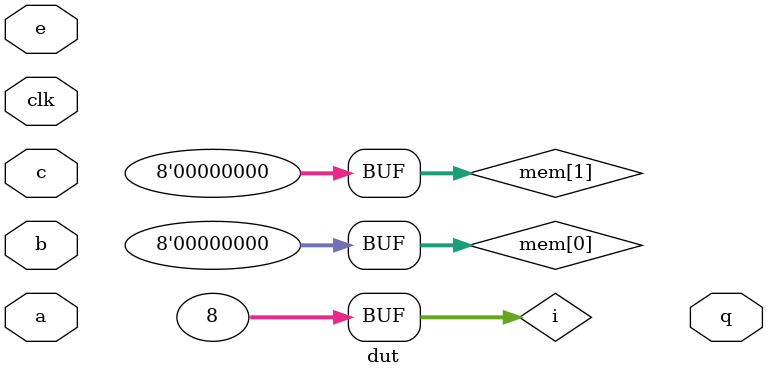
<source format=v>


// always@(a or b or sel)
//     begin
//     q=a;
//     if(sel==0) q=a; //阻塞赋值
//     else q=b;
//     q=b;
//     end
// endmodule


module dut(input a,b,c,e,clk, output reg [7:0] q );
// //wire a,b,c;
// // reg r;
// // reg clk;
// // reg q[3:0];
reg [7:0] mem[6:0];

// reg h= 0;

// reg f = 1;
// reg [3:0] g = 111;

// always@(*)begin
//   q   = e;
//   case(e)
//   1:begin end
//   0:begin q = {3{e}};end
//   endcase

// end

// reg rr = 0;
// reg rr2 = 1;

// initial
// begin
//   #5 rr = 1;
// end

// always@(*)begin
//   q = clk;
// end

// always@(*)begin
//   rr2 = 11; //warning! no sensitive list,never triger.
// end

// initial
// begin
// q[0]=32'd0;
// q[1]=32'd1;
// q[2]=32'd2;
// q[3]=32'd3;
// q[4]=32'd4;
// q[5]=32'd5;
// q[6]=32'd6;
// q[7]=32'd7;
// end

// initial
// begin
// q=1;

// end

// always@(*)begin
//    mem[2][3:3] = b;
//   // mem[2][3:3] = b;
//   mem[3][3:1] = a;
//   // mem[2][4:3] = b;
//   // mem[2][3:1] = b;
//   // mem[2][7:6] = b;
//   // mem[5][5:1] = b;
//   // mem[5][6] = b;

//   q = b;
//   // q[2] = b;
//   //   q[4] = b;

//   // rr2 = 0;
// end
// always@(*)begin
//    mem[2][3:3] = b;
//   // mem[2][3:3] = b;
//   mem[3][3:1] = a;
//   // mem[2][4:3] = b;
//   // mem[2][3:1] = b;
//   // mem[2][7:6] = b;
//   // mem[5][5:1] = b;
//   // mem[5][6] = b;

//   q = b;
//   // q[2] = b;
//   //   q[4] = b;

//   // rr2 = 0;
// end

// always@(*)begin
//    mem[2][3:3] = b;
//   mem[2][3:3] = b;
//   mem[3][3:1] = a;
//   mem[2][4:3] = b;
//   mem[2][3:1] = b;
//   mem[2][7:6] = b;
//   mem[5][5:1] = b;
//   mem[5][6] = b;

//   q = b;
//   // q[2] = b;
//   //   q[4] = b;

//   // rr2 = 0;
// end

// wire  [3:0] d;

// assign d={a,b,c,e};

// integer i;

// always@( clk) begin
//   for(i = 1; i<4;i++)begin
//     q[i] <= d[i];
//   end
// end


    reg [0:7] aa [0:15];
    integer i,j;

    //    integer i;
    
    initial begin
        for(i = 0; i <(2**3); i=i+1) begin
	        mem[0][i] = 0;
        end
    end
    
    initial begin
        for(i = 0; i <(2**3); i=i+1) begin
	        mem[1][i] = 0;
        end
    end

        always@(a) begin
        for(i = 0; i <(2**3); i=i+1) begin
	        mem[0][i] = 0;
        end
    end
    // always@(c)begin
    //   aa[2][0:3] = c;
    //   aa[2][5:7] = c;
    // end
    // always@(c)begin
    //   aa[2][3:6] = c;
    // end
    // always @(posedge clk) begin
    //     for (i=2; i<4; i++)         //15
    //         for (j=0; j <i+3; j= j+1)            //7
    //             mem[i][j] = a;
    //     // dd = cc & bb;
    // // end      
    // always @(posedge clk) begin
    //     for (i=2; i<4; i++)         //15
    //         for (j=0; j <3; j= j+1)            //7
    //             mem[i][j] = a;
    //     // dd = cc & bb;
    // end      
    //     always @(posedge clk) begin
    //     for (i=2; i<4; i++)         //15
    //         for (j=0; j <3; j= j+1)            //7
    //             mem[i][j] = a;
    //     // dd = cc & bb;
    // end      
    // always @(posedge clk) begin
    //     for (i=2; i<4; i++)         //15
    //         for (j=0; j <i+3; j= j+1)            //7
    //             mem[i][j] = a;
    //     // dd = cc & bb;
    // end      
    // always @(posedge clk) begin
    //     for (i=2; i<4; i++)         //15
    //             mem[0][i] = a;
    // end      

    // always @(posedge clk) begin
    //     for (i=2; i<4; i++)         //15
    //             mem[0][i] = a;
    // end      


    // always @(posedge clk) begin
    //             mem[0][7] = a;
    // end      



    // always @(posedge clk) begin
    //     for (i=5; i>3; i=i-1)         //15
    //         for (j=i; j >1; j=j-1)            //7
    //             mem[i][j] = a;
    //     // dd = cc & bb;
    // end  
  //   always@(*)begin
  //     aa[1][0:2] = b;
  //   end

  //  always@(*)begin
  //     aa[1] = c;
  //   end

  // // always@(*)begin
  // //     aa[i] = e;
  // //   end

  //     always@(*)begin
  //     aa[1][1] = e;
  //   end




//     integer i;

// always@( clk) begin
//   for(i = 1; i<4;i++)begin
//     q[i] <= d[i];
//   end
// end


  //  always@(*)begin
  //     aa = e;
  //   end
// always@(*) begin
//   if(b) begin
//     if(a)
//       q=a;
//   end
//   else
//    q= c;

// end

// always@(*) begin
//   case(a)
//     1'b0:
//       q[0]=a;
//     1'b1:
//       q[0]= c;
//   endcase
// end

// always@(*)begin
//   {q[0],q}=a;
// end

// always@(*)begin
//   {q[1],q}=a;
// end

// // always@(a) begin
// //     //q = a;
// //     if(b) begin
// //       q = b;
// //     end
// //     else if(a) begin
// //       q = c;
// //     end
// //     else 
// //       q=a;
// // end



// always@(*) 
//   q[1] = b;


// always@( *) begin
//   q[0] = b;
//   q[3] = a;

// end

// always@(*) begin
//   q[0] = a;
//   mem[1][3:1]  =  a;
// end

// always@(*) begin
//   q = a;
// end



// // always@(b) begin
// //   r=a;
// // end


// // always@(b) begin
// //   q = b;
// //   r=b;
// // end


endmodule



// module dut(input a,b,c,e, output q);
// wire a,b,c;
// reg r;
// reg clk;
// reg q;
// reg d;
// reg q_v[3:0];
// integer i;
// always@(a,b,c)
//     d = a&(b|c);
// always@(a)
//     q = e;
// always@(posedge clk)
//     q = d;
// always@(posedge clk) begin
//     for(i=0;i<4;i++) begin
//         q_v[i] <= a|b ;
//     end
// end

// always@(c) begin
//   q_v[3:0] = {4{d}};
// end


// endmodule
</source>
